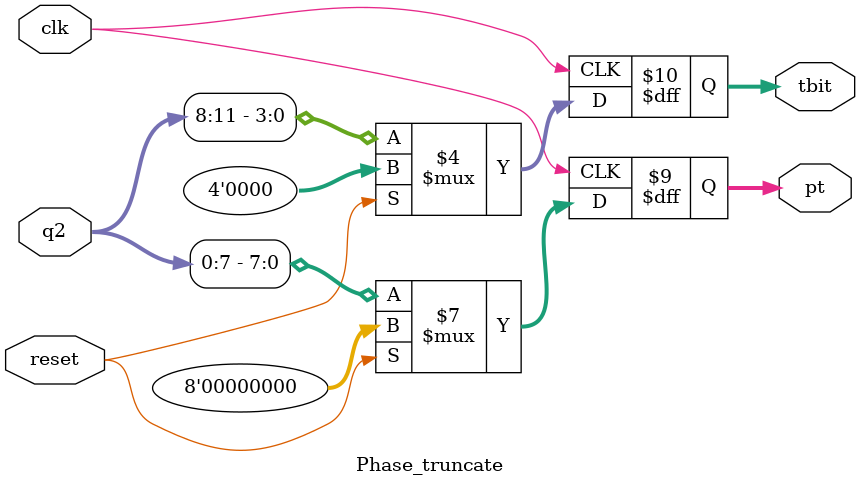
<source format=v>
`timescale 1ns / 1ps


module Phase_truncate(clk, reset, q2, pt, tbit);

 input clk, reset;
 input[0:11] q2;
 
 output reg [0:7]pt;
 output reg [0:3]tbit;
 
 always@(posedge clk)
  if(reset == 1'b1)
   begin
     pt<=8'b0;
     tbit<=4'b0;
   end
  
  else
    begin
      pt <= q2[0:7];
      tbit <= q2[8:11]; 
    end
    
endmodule

</source>
